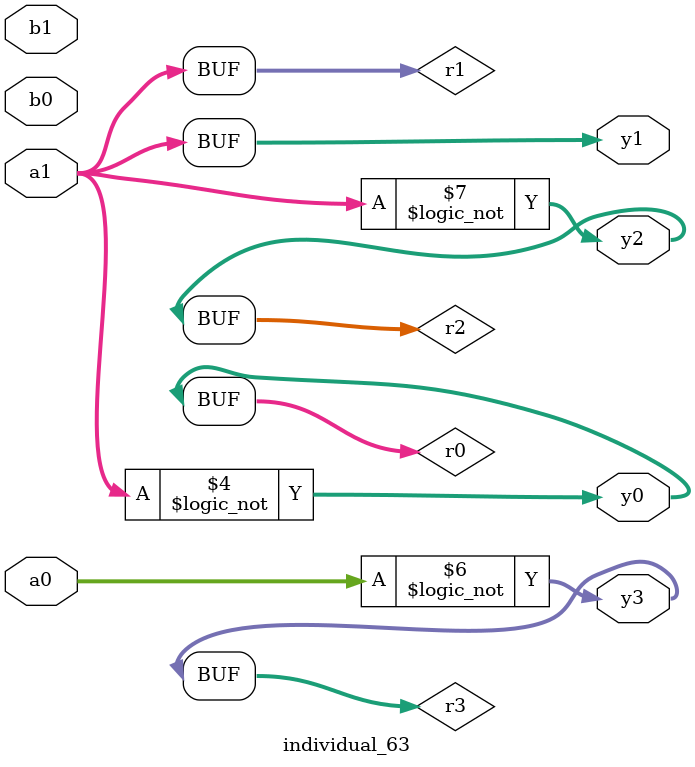
<source format=sv>
module individual_63(input logic [15:0] a1, input logic [15:0] a0, input logic [15:0] b1, input logic [15:0] b0, output logic [15:0] y3, output logic [15:0] y2, output logic [15:0] y1, output logic [15:0] y0);
logic [15:0] r0, r1, r2, r3; 
 always@(*) begin 
	 r0 = a0; r1 = a1; r2 = b0; r3 = b1; 
 	 r0  ^=  r3 ;
 	 r0  &=  a1 ;
 	 r0 = ! a1 ;
 	 r2  ^=  b0 ;
 	 r3 = ! a0 ;
 	 r2 = ! r1 ;
 	 y3 = r3; y2 = r2; y1 = r1; y0 = r0; 
end
endmodule
</source>
